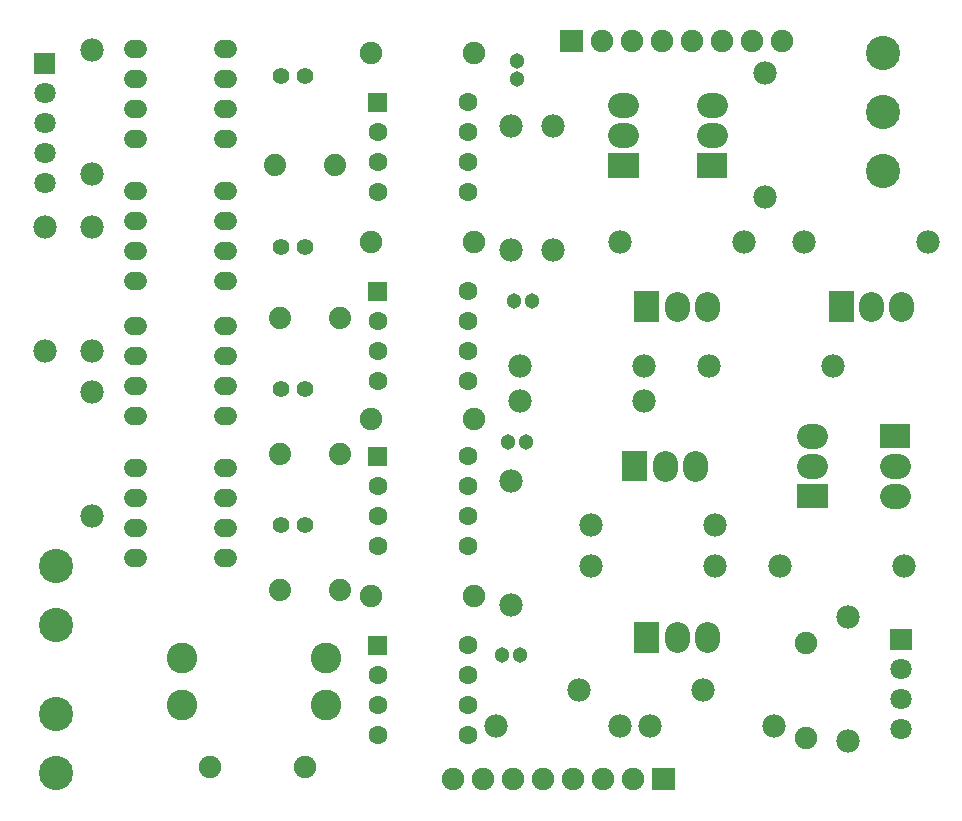
<source format=gbs>
G04 Layer: BottomSolderMaskLayer*
G04 EasyEDA v6.4.19.5, 2021-06-18T19:10:14+05:00*
G04 1d45b033f9cb4702a4eeca8037af4c70,30c14f198de7496ba1d595c7c1278fea,10*
G04 Gerber Generator version 0.2*
G04 Scale: 100 percent, Rotated: No, Reflected: No *
G04 Dimensions in millimeters *
G04 leading zeros omitted , absolute positions ,4 integer and 5 decimal *
%FSLAX45Y45*%
%MOMM*%

%ADD21C,1.8796*%
%ADD38C,1.5616*%
%ADD39C,2.1016*%
%ADD40C,1.9016*%
%ADD42C,1.8016*%
%ADD45C,1.6016*%
%ADD46C,1.9812*%
%ADD49C,1.3016*%
%ADD50C,1.4016*%
%ADD51C,2.6032*%
%ADD52C,2.9017*%

%LPD*%
D38*
X1087249Y-569000D02*
G01*
X1050749Y-569000D01*
X1087249Y-823000D02*
G01*
X1050749Y-823000D01*
X1087249Y-1077000D02*
G01*
X1050749Y-1077000D01*
X1087249Y-1331000D02*
G01*
X1050749Y-1331000D01*
X1849249Y-569000D02*
G01*
X1812749Y-569000D01*
X1849249Y-823000D02*
G01*
X1812749Y-823000D01*
X1849249Y-1077000D02*
G01*
X1812749Y-1077000D01*
X1849249Y-1331000D02*
G01*
X1812749Y-1331000D01*
X1087249Y-1769000D02*
G01*
X1050749Y-1769000D01*
X1087249Y-2023000D02*
G01*
X1050749Y-2023000D01*
X1087249Y-2277000D02*
G01*
X1050749Y-2277000D01*
X1087249Y-2531000D02*
G01*
X1050749Y-2531000D01*
X1849249Y-1769000D02*
G01*
X1812749Y-1769000D01*
X1849249Y-2023000D02*
G01*
X1812749Y-2023000D01*
X1849249Y-2277000D02*
G01*
X1812749Y-2277000D01*
X1849249Y-2531000D02*
G01*
X1812749Y-2531000D01*
X1087249Y-2919001D02*
G01*
X1050749Y-2919001D01*
X1087249Y-3173001D02*
G01*
X1050749Y-3173001D01*
X1087249Y-3427001D02*
G01*
X1050749Y-3427001D01*
X1087249Y-3681001D02*
G01*
X1050749Y-3681001D01*
X1849249Y-2919001D02*
G01*
X1812749Y-2919001D01*
X1849249Y-3173001D02*
G01*
X1812749Y-3173001D01*
X1849249Y-3427001D02*
G01*
X1812749Y-3427001D01*
X1849249Y-3681001D02*
G01*
X1812749Y-3681001D01*
X1087249Y-4119001D02*
G01*
X1050749Y-4119001D01*
X1087249Y-4373001D02*
G01*
X1050749Y-4373001D01*
X1087249Y-4627001D02*
G01*
X1050749Y-4627001D01*
X1087249Y-4881001D02*
G01*
X1050749Y-4881001D01*
X1849249Y-4119001D02*
G01*
X1812749Y-4119001D01*
X1849249Y-4373001D02*
G01*
X1812749Y-4373001D01*
X1849249Y-4627001D02*
G01*
X1812749Y-4627001D01*
X1849249Y-4881001D02*
G01*
X1812749Y-4881001D01*
D39*
X5175001Y-1299999D02*
G01*
X5225000Y-1299999D01*
X5175001Y-1045999D02*
G01*
X5225000Y-1045999D01*
X5925002Y-1299999D02*
G01*
X5975002Y-1299999D01*
X5925002Y-1045999D02*
G01*
X5975002Y-1045999D01*
X5650001Y-2725000D02*
G01*
X5650001Y-2775000D01*
X5904001Y-2725000D02*
G01*
X5904001Y-2775000D01*
X7300000Y-2725000D02*
G01*
X7300000Y-2775000D01*
X7554000Y-2725000D02*
G01*
X7554000Y-2775000D01*
X7524998Y-4099999D02*
G01*
X7474999Y-4099999D01*
X7524998Y-4353999D02*
G01*
X7474999Y-4353999D01*
X5650001Y-5525000D02*
G01*
X5650001Y-5575000D01*
X5904001Y-5525000D02*
G01*
X5904001Y-5575000D01*
X6775000Y-4099999D02*
G01*
X6825000Y-4099999D01*
X6775000Y-3845999D02*
G01*
X6825000Y-3845999D01*
X5549999Y-4075000D02*
G01*
X5549999Y-4125000D01*
X5803999Y-4075000D02*
G01*
X5803999Y-4125000D01*
D40*
G01*
X3065000Y-600001D03*
G01*
X3935001Y-600001D03*
G01*
X3065000Y-2200000D03*
G01*
X3935001Y-2200000D03*
G01*
X3065000Y-3700000D03*
G01*
X3935001Y-3700000D03*
G01*
X3065000Y-5199999D03*
G01*
X3935001Y-5199999D03*
G36*
X7459979Y-5659120D02*
G01*
X7459979Y-5479034D01*
X7640065Y-5479034D01*
X7640065Y-5659120D01*
G37*
D42*
G01*
X7550000Y-5823000D03*
G01*
X7550000Y-6077000D03*
G01*
X7550000Y-6331000D03*
G36*
X4665979Y-595121D02*
G01*
X4665979Y-404876D01*
X4855972Y-404876D01*
X4855972Y-595121D01*
G37*
D40*
G01*
X5015001Y-499998D03*
G01*
X5269001Y-499998D03*
G01*
X5523001Y-499998D03*
G01*
X5777001Y-499998D03*
G01*
X6031001Y-499998D03*
G01*
X6285001Y-499998D03*
G01*
X6539001Y-499998D03*
G36*
X5443981Y-6845045D02*
G01*
X5443981Y-6654800D01*
X5633974Y-6654800D01*
X5633974Y-6845045D01*
G37*
G01*
X5285000Y-6749999D03*
G01*
X5031000Y-6749999D03*
G01*
X4777000Y-6749999D03*
G01*
X4523000Y-6749999D03*
G01*
X4269000Y-6749999D03*
G01*
X4015000Y-6749999D03*
G01*
X3761000Y-6749999D03*
G36*
X3038856Y-1099057D02*
G01*
X3038856Y-939037D01*
X3199129Y-939037D01*
X3199129Y-1099057D01*
G37*
D45*
G01*
X3119000Y-1272999D03*
G01*
X3119000Y-1526999D03*
G01*
X3119000Y-1780999D03*
G01*
X3881000Y-1018999D03*
G01*
X3881000Y-1272999D03*
G01*
X3881000Y-1526999D03*
G01*
X3881000Y-1780999D03*
G36*
X3038856Y-2699004D02*
G01*
X3038856Y-2538984D01*
X3199129Y-2538984D01*
X3199129Y-2699004D01*
G37*
G01*
X3119000Y-2872999D03*
G01*
X3119000Y-3126999D03*
G01*
X3119000Y-3380999D03*
G01*
X3881000Y-2618999D03*
G01*
X3881000Y-2872999D03*
G01*
X3881000Y-3126999D03*
G01*
X3881000Y-3380999D03*
G36*
X3038856Y-4099052D02*
G01*
X3038856Y-3939031D01*
X3199129Y-3939031D01*
X3199129Y-4099052D01*
G37*
G01*
X3119000Y-4273001D03*
G01*
X3119000Y-4527001D03*
G01*
X3119000Y-4781001D03*
G01*
X3881000Y-4019001D03*
G01*
X3881000Y-4273001D03*
G01*
X3881000Y-4527001D03*
G01*
X3881000Y-4781001D03*
G36*
X3038856Y-5698997D02*
G01*
X3038856Y-5538978D01*
X3199129Y-5538978D01*
X3199129Y-5698997D01*
G37*
G01*
X3119000Y-5873000D03*
G01*
X3119000Y-6127000D03*
G01*
X3119000Y-6381000D03*
G01*
X3881000Y-5619000D03*
G01*
X3881000Y-5873000D03*
G01*
X3881000Y-6127000D03*
G01*
X3881000Y-6381000D03*
D46*
G01*
X700001Y-575007D03*
G01*
X700001Y-1624992D03*
G01*
X299999Y-2075007D03*
G01*
X299999Y-3124992D03*
G01*
X700001Y-2075007D03*
G01*
X700001Y-3124992D03*
G01*
X700001Y-3475007D03*
G01*
X700001Y-4524992D03*
G01*
X4249999Y-1225006D03*
G01*
X4249999Y-2274991D03*
G01*
X4600000Y-1225006D03*
G01*
X4600000Y-2274991D03*
G01*
X6399999Y-775007D03*
G01*
X6399999Y-1824992D03*
G01*
X5175008Y-2200000D03*
G01*
X6224993Y-2200000D03*
G01*
X4325007Y-3550000D03*
G01*
X5374993Y-3550000D03*
G01*
X7774993Y-2200000D03*
G01*
X6725008Y-2200000D03*
G01*
X6974992Y-3250001D03*
G01*
X5925007Y-3250001D03*
G01*
X4325007Y-3250001D03*
G01*
X5374993Y-3250001D03*
G01*
X4925006Y-4950000D03*
G01*
X5974991Y-4950000D03*
G01*
X7574993Y-4950000D03*
G01*
X6525008Y-4950000D03*
G01*
X5974991Y-4600000D03*
G01*
X4925006Y-4600000D03*
G01*
X4249999Y-5274990D03*
G01*
X4249999Y-4225005D03*
G01*
X4125008Y-6300000D03*
G01*
X5174993Y-6300000D03*
G01*
X5425008Y-6300000D03*
G01*
X6474993Y-6300000D03*
G01*
X7100001Y-5375008D03*
G01*
X7100001Y-6424993D03*
G01*
X4825006Y-6000000D03*
G01*
X5874992Y-6000000D03*
G36*
X5069840Y-1659128D02*
G01*
X5069840Y-1448815D01*
X5329936Y-1448815D01*
X5329936Y-1659128D01*
G37*
G36*
X5819902Y-1659128D02*
G01*
X5819902Y-1448815D01*
X6079997Y-1448815D01*
X6079997Y-1659128D01*
G37*
G36*
X5290820Y-2880105D02*
G01*
X5290820Y-2620010D01*
X5501131Y-2620010D01*
X5501131Y-2880105D01*
G37*
G36*
X6940804Y-2880105D02*
G01*
X6940804Y-2620010D01*
X7151115Y-2620010D01*
X7151115Y-2880105D01*
G37*
G36*
X7370063Y-3951223D02*
G01*
X7370063Y-3740912D01*
X7630159Y-3740912D01*
X7630159Y-3951223D01*
G37*
G36*
X5290820Y-5679947D02*
G01*
X5290820Y-5419852D01*
X5501131Y-5419852D01*
X5501131Y-5679947D01*
G37*
G36*
X6670040Y-4459223D02*
G01*
X6670040Y-4248912D01*
X6930136Y-4248912D01*
X6930136Y-4459223D01*
G37*
G36*
X5190743Y-4230115D02*
G01*
X5190743Y-3970020D01*
X5401056Y-3970020D01*
X5401056Y-4230115D01*
G37*
D49*
G01*
X4299999Y-825055D03*
G01*
X4299999Y-674941D03*
G01*
X4425055Y-2699999D03*
G01*
X4274941Y-2699999D03*
G01*
X4375056Y-3899999D03*
G01*
X4224942Y-3899999D03*
G01*
X4325056Y-5699998D03*
G01*
X4174942Y-5699998D03*
D21*
G01*
X2246000Y-1549999D03*
G01*
X2754000Y-1549999D03*
G01*
X2295999Y-2849999D03*
G01*
X2803999Y-2849999D03*
G01*
X2295999Y-3999999D03*
G01*
X2803999Y-3999999D03*
G01*
X2295999Y-5149999D03*
G01*
X2803999Y-5149999D03*
G36*
X209804Y-782065D02*
G01*
X209804Y-601979D01*
X390144Y-601979D01*
X390144Y-782065D01*
G37*
D42*
G01*
X299999Y-946000D03*
G01*
X299999Y-1200000D03*
G01*
X299999Y-1454000D03*
G01*
X299999Y-1708000D03*
D50*
G01*
X2300000Y-2249998D03*
G01*
X2500000Y-2249998D03*
G01*
X2300000Y-3449998D03*
G01*
X2500000Y-3449998D03*
G01*
X2300000Y-4599998D03*
G01*
X2500000Y-4599998D03*
G01*
X2300000Y-800000D03*
G01*
X2500000Y-800000D03*
D40*
G01*
X2500000Y-6649999D03*
G01*
X1700001Y-6649999D03*
G01*
X6749999Y-5600001D03*
G01*
X6749999Y-6399999D03*
D51*
G01*
X2684200Y-5724598D03*
G01*
X1465000Y-5724598D03*
G01*
X2684200Y-6124600D03*
G01*
X1465000Y-6124600D03*
D52*
G01*
X399999Y-4950000D03*
G01*
X399999Y-5449999D03*
G01*
X399999Y-6200000D03*
G01*
X399999Y-6699999D03*
G01*
X7400000Y-1600012D03*
G01*
X7400000Y-1100013D03*
G01*
X7400000Y-600014D03*
M02*

</source>
